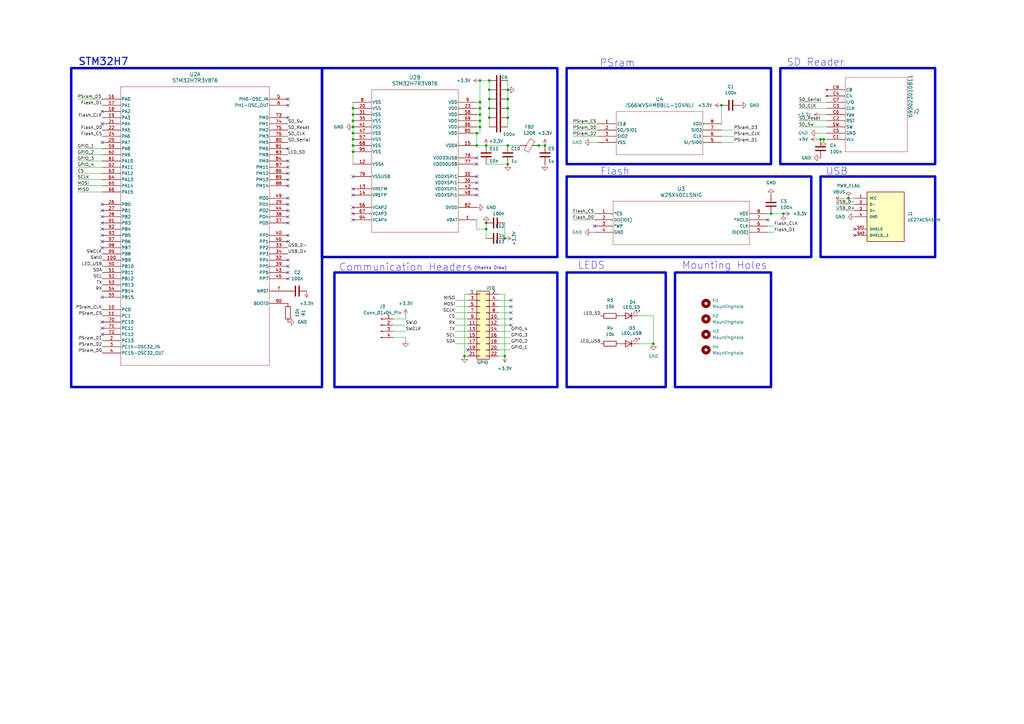
<source format=kicad_sch>
(kicad_sch (version 20231120) (generator "eeschema") (generator_version "8.0")
  (paper "A3")
  (title_block (title "Main Board") (rev "1") (company "Terrapin Rocket Team") (comment 1 "STM32H7"))
  (lib_symbols
    (symbol "2024-03-23_05-00-05:W25X40CLSNIG" (pin_names (offset 0.254))
      (property "Reference" "U" (at 35.56 10.16 0))
      (property "Value" "W25X40CLSNIG" (at 35.56 7.62 0))
      (symbol "W25X40CLSNIG_0_1"
        (polyline (pts (xy 7.62 -12.7) (xy 63.5 -12.7)) (stroke (width 0.127)))
        (polyline (pts (xy 7.62 5.08) (xy 7.62 -12.7)) (stroke (width 0.127)))
        (polyline (pts (xy 63.5 -12.7) (xy 63.5 5.08)) (stroke (width 0.127)))
        (polyline (pts (xy 63.5 5.08) (xy 7.62 5.08)) (stroke (width 0.127)))
        (pin input line (at 0 0 0) (length 7.62) (name "*CS") (number "1"))
        (pin output line (at 0 -2.54 0) (length 7.62) (name "DO(IO1)") (number "2"))
        (pin input line (at 0 -5.08 0) (length 7.62) (name "*WP") (number "3"))
        (pin power_in line (at 0 -7.62 0) (length 7.62) (name "GND") (number "4"))
        (pin bidirectional line (at 71.12 -7.62 180) (length 7.62) (name "DI(IO0)") (number "5"))
        (pin input line (at 71.12 -5.08 180) (length 7.62) (name "CLK") (number "6"))
        (pin input line (at 71.12 -2.54 180) (length 7.62) (name "*HOLD") (number "7"))
        (pin power_in line (at 71.12 0 180) (length 7.62) (name "VCC") (number "8"))
      )
    )
    (symbol "693023010811_1" (pin_names (offset 0.254))
      (property "Reference" "J4" (at 34.29 -8.8899 0))
      (property "Value" "693023010811" (at 34.29 -11.4299 0))
      (symbol "693023010811_1_0_1"
        (polyline (pts (xy 7.62 -25.4) (xy 33.02 -25.4)) (stroke (width 0.127)))
        (polyline (pts (xy 7.62 5.08) (xy 7.62 -25.4)) (stroke (width 0.127)))
        (polyline (pts (xy 33.02 -25.4) (xy 33.02 5.08)) (stroke (width 0.127)))
        (polyline (pts (xy 33.02 5.08) (xy 7.62 5.08)) (stroke (width 0.127)))
        (pin input line (at 0 -7.62 0) (length 7.62) (name "CLK") (number "C3"))
        (pin no_connect line (at 0 -2.54 0) (length 7.62) (name "C4") (number "C4"))
        (pin no_connect line (at 0 0 0) (length 7.62) (name "C8") (number "C8"))
        (pin passive line (at 0 -15.24 0) (length 7.62) (name "SW") (number "SW"))
      )
      (symbol "693023010811_1_1_1"
        (pin power_in line (at 0 -20.32 0) (length 7.62) (name "Vcc") (number "C1"))
        (pin input line (at 0 -12.7 0) (length 7.62) (name "RST") (number "C2"))
        (pin power_in line (at 0 -17.78 0) (length 7.62) (name "GND") (number "C5"))
        (pin power_in line (at 0 -10.16 0) (length 7.62) (name "Vpp") (number "C6"))
        (pin bidirectional line (at 0 -5.08 0) (length 7.62) (name "I/O") (number "C7"))
      )
    )
    (symbol "Connector:Conn_01x04_Pin" (pin_names (offset 1.016) hide)
      (property "Reference" "J" (at 0 5.08 0))
      (property "Value" "Conn_01x04_Pin" (at 0 -7.62 0))
      (symbol "Conn_01x04_Pin_1_1"
        (polyline (pts (xy 1.27 -5.08) (xy 0.8636 -5.08)) (stroke (width 0.1524)))
        (polyline (pts (xy 1.27 -2.54) (xy 0.8636 -2.54)) (stroke (width 0.1524)))
        (polyline (pts (xy 1.27 0) (xy 0.8636 0)) (stroke (width 0.1524)))
        (polyline (pts (xy 1.27 2.54) (xy 0.8636 2.54)) (stroke (width 0.1524)))
        (rectangle (start 0.8636 -4.953) (end 0 -5.207) (stroke (width 0.1524)) (fill (type outline)))
        (rectangle (start 0.8636 -2.413) (end 0 -2.667) (stroke (width 0.1524)) (fill (type outline)))
        (rectangle (start 0.8636 0.127) (end 0 -0.127) (stroke (width 0.1524)) (fill (type outline)))
        (rectangle (start 0.8636 2.667) (end 0 2.413) (stroke (width 0.1524)) (fill (type outline)))
        (pin passive line (at 5.08 2.54 180) (length 3.81) (name "Pin_1") (number "1"))
        (pin passive line (at 5.08 0 180) (length 3.81) (name "Pin_2") (number "2"))
        (pin passive line (at 5.08 -2.54 180) (length 3.81) (name "Pin_3") (number "3"))
        (pin passive line (at 5.08 -5.08 180) (length 3.81) (name "Pin_4") (number "4"))
      )
    )
    (symbol "Connector_Generic:Conn_02x11_Odd_Even" (pin_names (offset 1.016) hide)
      (property "Reference" "J" (at 1.27 15.24 0))
      (property "Value" "Conn_02x11_Odd_Even" (at 1.27 -15.24 0))
      (symbol "Conn_02x11_Odd_Even_1_1"
        (rectangle (start -1.27 -12.573) (end 0 -12.827) (stroke (width 0.1524)))
        (rectangle (start -1.27 -10.033) (end 0 -10.287) (stroke (width 0.1524)))
        (rectangle (start -1.27 -7.493) (end 0 -7.747) (stroke (width 0.1524)))
        (rectangle (start -1.27 -4.953) (end 0 -5.207) (stroke (width 0.1524)))
        (rectangle (start -1.27 -2.413) (end 0 -2.667) (stroke (width 0.1524)))
        (rectangle (start -1.27 0.127) (end 0 -0.127) (stroke (width 0.1524)))
        (rectangle (start -1.27 2.667) (end 0 2.413) (stroke (width 0.1524)))
        (rectangle (start -1.27 5.207) (end 0 4.953) (stroke (width 0.1524)))
        (rectangle (start -1.27 7.747) (end 0 7.493) (stroke (width 0.1524)))
        (rectangle (start -1.27 10.287) (end 0 10.033) (stroke (width 0.1524)))
        (rectangle (start -1.27 12.827) (end 0 12.573) (stroke (width 0.1524)))
        (rectangle (start -1.27 13.97) (end 3.81 -13.97) (stroke (width 0.254)) (fill (type background)))
        (rectangle (start 3.81 -12.573) (end 2.54 -12.827) (stroke (width 0.1524)))
        (rectangle (start 3.81 -10.033) (end 2.54 -10.287) (stroke (width 0.1524)))
        (rectangle (start 3.81 -7.493) (end 2.54 -7.747) (stroke (width 0.1524)))
        (rectangle (start 3.81 -4.953) (end 2.54 -5.207) (stroke (width 0.1524)))
        (rectangle (start 3.81 -2.413) (end 2.54 -2.667) (stroke (width 0.1524)))
        (rectangle (start 3.81 0.127) (end 2.54 -0.127) (stroke (width 0.1524)))
        (rectangle (start 3.81 2.667) (end 2.54 2.413) (stroke (width 0.1524)))
        (rectangle (start 3.81 5.207) (end 2.54 4.953) (stroke (width 0.1524)))
        (rectangle (start 3.81 7.747) (end 2.54 7.493) (stroke (width 0.1524)))
        (rectangle (start 3.81 10.287) (end 2.54 10.033) (stroke (width 0.1524)))
        (rectangle (start 3.81 12.827) (end 2.54 12.573) (stroke (width 0.1524)))
        (pin passive line (at -5.08 12.7 0) (length 3.81) (name "Pin_1") (number "1"))
        (pin passive line (at 7.62 2.54 180) (length 3.81) (name "Pin_10") (number "10"))
        (pin passive line (at -5.08 0 0) (length 3.81) (name "Pin_11") (number "11"))
        (pin passive line (at 7.62 0 180) (length 3.81) (name "Pin_12") (number "12"))
        (pin passive line (at -5.08 -2.54 0) (length 3.81) (name "Pin_13") (number "13"))
        (pin passive line (at 7.62 -2.54 180) (length 3.81) (name "Pin_14") (number "14"))
        (pin passive line (at -5.08 -5.08 0) (length 3.81) (name "Pin_15") (number "15"))
        (pin passive line (at 7.62 -5.08 180) (length 3.81) (name "Pin_16") (number "16"))
        (pin passive line (at -5.08 -7.62 0) (length 3.81) (name "Pin_17") (number "17"))
        (pin passive line (at 7.62 -7.62 180) (length 3.81) (name "Pin_18") (number "18"))
        (pin passive line (at -5.08 -10.16 0) (length 3.81) (name "Pin_19") (number "19"))
        (pin passive line (at 7.62 12.7 180) (length 3.81) (name "Pin_2") (number "2"))
        (pin passive line (at 7.62 -10.16 180) (length 3.81) (name "Pin_20") (number "20"))
        (pin passive line (at -5.08 -12.7 0) (length 3.81) (name "Pin_21") (number "21"))
        (pin passive line (at 7.62 -12.7 180) (length 3.81) (name "Pin_22") (number "22"))
        (pin passive line (at -5.08 10.16 0) (length 3.81) (name "Pin_3") (number "3"))
        (pin passive line (at 7.62 10.16 180) (length 3.81) (name "Pin_4") (number "4"))
        (pin passive line (at -5.08 7.62 0) (length 3.81) (name "Pin_5") (number "5"))
        (pin passive line (at 7.62 7.62 180) (length 3.81) (name "Pin_6") (number "6"))
        (pin passive line (at -5.08 5.08 0) (length 3.81) (name "Pin_7") (number "7"))
        (pin passive line (at 7.62 5.08 180) (length 3.81) (name "Pin_8") (number "8"))
        (pin passive line (at -5.08 2.54 0) (length 3.81) (name "Pin_9") (number "9"))
      )
    )
    (symbol "Device:C" (pin_numbers hide) (pin_names (offset 0.254))
      (property "Reference" "C" (at 0.635 2.54 0))
      (property "Value" "C" (at 0.635 -2.54 0))
      (symbol "C_0_1"
        (polyline (pts (xy -2.032 -0.762) (xy 2.032 -0.762)) (stroke (width 0.508)))
        (polyline (pts (xy -2.032 0.762) (xy 2.032 0.762)) (stroke (width 0.508)))
      )
      (symbol "C_1_1"
        (pin passive line (at 0 3.81 270) (length 2.794) (name "~") (number "1"))
        (pin passive line (at 0 -3.81 90) (length 2.794) (name "~") (number "2"))
      )
    )
    (symbol "Device:FerriteBead" (pin_numbers hide) (pin_names (offset 0))
      (property "Reference" "FB" (at -3.81 0.635 90))
      (property "Value" "FerriteBead" (at 3.81 0 90))
      (symbol "FerriteBead_0_1"
        (polyline (pts (xy 0 -1.27) (xy 0 -1.2192)))
        (polyline (pts (xy 0 1.27) (xy 0 1.2954)))
        (polyline (pts (xy -2.7686 0.4064) (xy -1.7018 2.2606) (xy 2.7686 -0.3048) (xy 1.6764 -2.159) (xy -2.7686 0.4064)))
      )
      (symbol "FerriteBead_1_1"
        (pin passive line (at 0 3.81 270) (length 2.54) (name "~") (number "1"))
        (pin passive line (at 0 -3.81 90) (length 2.54) (name "~") (number "2"))
      )
    )
    (symbol "Device:LED" (pin_numbers hide) (pin_names (offset 1.016) hide)
      (property "Reference" "D" (at 0 2.54 0))
      (property "Value" "LED" (at 0 -2.54 0))
      (symbol "LED_0_1"
        (polyline (pts (xy -1.27 -1.27) (xy -1.27 1.27)) (stroke (width 0.254)))
        (polyline (pts (xy -1.27 0) (xy 1.27 0)))
        (polyline (pts (xy 1.27 -1.27) (xy 1.27 1.27) (xy -1.27 0) (xy 1.27 -1.27)) (stroke (width 0.254)))
        (polyline (pts (xy -3.048 -0.762) (xy -4.572 -2.286) (xy -3.81 -2.286) (xy -4.572 -2.286) (xy -4.572 -1.524)))
        (polyline (pts (xy -1.778 -0.762) (xy -3.302 -2.286) (xy -2.54 -2.286) (xy -3.302 -2.286) (xy -3.302 -1.524)))
      )
      (symbol "LED_1_1"
        (pin passive line (at -3.81 0 0) (length 2.54) (name "K") (number "1"))
        (pin passive line (at 3.81 0 180) (length 2.54) (name "A") (number "2"))
      )
    )
    (symbol "Device:R" (pin_numbers hide) (pin_names (offset 0))
      (property "Reference" "R" (at 2.032 0 90))
      (property "Value" "R" (at 0 0 90))
      (symbol "R_0_1"
        (rectangle (start -1.016 -2.54) (end 1.016 2.54) (stroke (width 0.254)))
      )
      (symbol "R_1_1"
        (pin passive line (at 0 3.81 270) (length 1.27) (name "~") (number "1"))
        (pin passive line (at 0 -3.81 90) (length 1.27) (name "~") (number "2"))
      )
    )
    (symbol "IS66WVS4M8BLL-104NLI_1" (pin_names (offset 0.254))
      (property "Reference" "U" (at 25.4 10.16 0))
      (property "Value" "IS66WVS4M8BLL-104NLI" (at 25.4 7.62 0))
      (symbol "IS66WVS4M8BLL-104NLI_1_0_1"
        (polyline (pts (xy 7.62 -12.7) (xy 43.18 -12.7)) (stroke (width 0.127)))
        (polyline (pts (xy 7.62 5.08) (xy 7.62 -12.7)) (stroke (width 0.127)))
        (polyline (pts (xy 43.18 -12.7) (xy 43.18 5.08)) (stroke (width 0.127)))
        (polyline (pts (xy 43.18 5.08) (xy 7.62 5.08)) (stroke (width 0.127)))
        (pin input line (at 0 0 0) (length 7.62) (name "CE#") (number "1"))
        (pin bidirectional line (at 0 -2.54 0) (length 7.62) (name "SO/SIO1") (number "2"))
        (pin bidirectional line (at 0 -5.08 0) (length 7.62) (name "SIO2") (number "3"))
        (pin power_out line (at 0 -7.62 0) (length 7.62) (name "VSS") (number "4"))
        (pin bidirectional line (at 50.8 -7.62 180) (length 7.62) (name "SI/SIO0") (number "5"))
        (pin input line (at 50.8 -5.08 180) (length 7.62) (name "CLK") (number "6"))
        (pin bidirectional line (at 50.8 -2.54 180) (length 7.62) (name "SIO3") (number "7"))
        (pin power_in line (at 50.8 0 180) (length 7.62) (name "VDD") (number "8"))
      )
    )
    (symbol "Mechanical:MountingHole" (pin_names (offset 1.016)) (exclude_from_sim yes) (in_bom no)
      (property "Reference" "H" (at 0 5.08 0))
      (property "Value" "MountingHole" (at 0 3.175 0))
      (symbol "MountingHole_0_1"
        (circle (center 0 0) (radius 1.27) (stroke (width 1.27)))
      )
    )
    (symbol "UE27AC5410H:UE27AC5410H" (pin_names (offset 1.016))
      (property "Reference" "J" (at -7.62 8.382 0))
      (property "Value" "UE27AC5410H" (at -7.62 -15.24 0))
      (symbol "UE27AC5410H_0_0"
        (rectangle (start -7.62 -12.7) (end 7.62 7.62) (stroke (width 0.254)) (fill (type background)))
        (pin power_in line (at -12.7 5.08 0) (length 5.08) (name "VCC") (number "1"))
        (pin bidirectional line (at -12.7 2.54 0) (length 5.08) (name "D-") (number "2"))
        (pin bidirectional line (at -12.7 0 0) (length 5.08) (name "D+") (number "3"))
        (pin power_in line (at -12.7 -2.54 0) (length 5.08) (name "GND") (number "4"))
        (pin passive line (at -12.7 -7.62 0) (length 5.08) (name "SHIELD") (number "SH1"))
        (pin passive line (at -12.7 -10.16 0) (length 5.08) (name "SHIELD__1") (number "SH2"))
      )
    )
    (symbol "power:+3.3V" (power) (pin_numbers hide) (pin_names (offset 0) hide)
      (property "Value" "+3.3V" (at 0 3.556 0))
      (symbol "+3.3V_0_1"
        (polyline (pts (xy -0.762 1.27) (xy 0 2.54)))
        (polyline (pts (xy 0 0) (xy 0 2.54)))
        (polyline (pts (xy 0 2.54) (xy 0.762 1.27)))
      )
      (symbol "+3.3V_1_1"
        (pin power_in line (at 0 0 90) (length 0) (name "~") (number "1"))
      )
    )
    (symbol "power:+5V" (power) (pin_numbers hide) (pin_names (offset 0) hide)
      (property "Value" "+5V" (at 0 3.556 0))
      (symbol "+5V_0_1"
        (polyline (pts (xy -0.762 1.27) (xy 0 2.54)))
        (polyline (pts (xy 0 0) (xy 0 2.54)))
        (polyline (pts (xy 0 2.54) (xy 0.762 1.27)))
      )
      (symbol "+5V_1_1"
        (pin power_in line (at 0 0 90) (length 0) (name "~") (number "1"))
      )
    )
    (symbol "power:GND" (power) (pin_numbers hide) (pin_names (offset 0) hide)
      (property "Value" "GND" (at 0 -3.81 0))
      (symbol "GND_0_1"
        (polyline (pts (xy 0 0) (xy 0 -1.27) (xy 1.27 -1.27) (xy 0 -2.54) (xy -1.27 -1.27) (xy 0 -1.27)))
      )
      (symbol "GND_1_1"
        (pin power_in line (at 0 0 270) (length 0) (name "~") (number "1"))
      )
    )
    (symbol "power:PWR_FLAG" (power) (pin_numbers hide) (pin_names (offset 0) hide)
      (property "Value" "PWR_FLAG" (at 0 3.81 0))
      (symbol "PWR_FLAG_0_0"
        (pin power_out line (at 0 0 90) (length 0) (name "~") (number "1"))
      )
      (symbol "PWR_FLAG_0_1"
        (polyline (pts (xy 0 0) (xy 0 1.27) (xy -1.016 1.905) (xy 0 2.54) (xy 1.016 1.905) (xy 0 1.27)))
      )
    )
    (symbol "power:VBUS" (power) (pin_numbers hide) (pin_names (offset 0) hide)
      (property "Value" "VBUS" (at 0 3.556 0))
      (symbol "VBUS_0_1"
        (polyline (pts (xy -0.762 1.27) (xy 0 2.54)))
        (polyline (pts (xy 0 0) (xy 0 2.54)))
        (polyline (pts (xy 0 2.54) (xy 0.762 1.27)))
      )
      (symbol "VBUS_1_1"
        (pin power_in line (at 0 0 90) (length 0) (name "~") (number "1"))
      )
    )
    (symbol "stm32h7:STM32H7R3V8T6" (pin_names (offset 0.254))
      (property "Reference" "U" (at 38.1 10.16 0))
      (property "Value" "STM32H7R3V8T6" (at 38.1 7.62 0))
      (symbol "STM32H7R3V8T6_1_1"
        (polyline (pts (xy 7.62 -109.22) (xy 68.58 -109.22)) (stroke (width 0.127)))
        (polyline (pts (xy 7.62 5.08) (xy 7.62 -109.22)) (stroke (width 0.127)))
        (polyline (pts (xy 68.58 -109.22) (xy 68.58 5.08)) (stroke (width 0.127)))
        (polyline (pts (xy 68.58 5.08) (xy 7.62 5.08)) (stroke (width 0.127)))
        (pin bidirectional line (at 0 -86.36 0) (length 7.62) (name "PC0") (number "10"))
        (pin bidirectional line (at 0 -66.04 0) (length 7.62) (name "PB9") (number "100"))
        (pin bidirectional line (at 0 -88.9 0) (length 7.62) (name "PC1") (number "11"))
        (pin bidirectional line (at 0 0 0) (length 7.62) (name "PA0") (number "16"))
        (pin bidirectional line (at 0 -2.54 0) (length 7.62) (name "PA1") (number "17"))
        (pin bidirectional line (at 0 -5.08 0) (length 7.62) (name "PA2") (number "18"))
        (pin bidirectional line (at 0 -7.62 0) (length 7.62) (name "PA3") (number "19"))
        (pin bidirectional line (at 0 -99.06 0) (length 7.62) (name "PC13") (number "2"))
        (pin bidirectional line (at 0 -10.16 0) (length 7.62) (name "PA4") (number "21"))
        (pin bidirectional line (at 0 -12.7 0) (length 7.62) (name "PA5") (number "22"))
        (pin bidirectional line (at 0 -15.24 0) (length 7.62) (name "PA6") (number "24"))
        (pin bidirectional line (at 0 -17.78 0) (length 7.62) (name "PA7") (number "25"))
        (pin bidirectional line (at 0 -43.18 0) (length 7.62) (name "PB0") (number "26"))
        (pin bidirectional line (at 0 -45.72 0) (length 7.62) (name "PB1") (number "27"))
        (pin bidirectional line (at 0 -48.26 0) (length 7.62) (name "PB2") (number "28"))
        (pin bidirectional line (at 76.2 -43.18 180) (length 7.62) (name "PO1") (number "29"))
        (pin bidirectional line (at 0 -101.6 0) (length 7.62) (name "PC14-OSC32_IN") (number "3"))
        (pin bidirectional line (at 76.2 -66.04 180) (length 7.62) (name "PP4") (number "32"))
        (pin bidirectional line (at 76.2 -60.96 180) (length 7.62) (name "PP2") (number "33"))
        (pin bidirectional line (at 76.2 -63.5 180) (length 7.62) (name "PP3") (number "34"))
        (pin bidirectional line (at 76.2 -50.8 180) (length 7.62) (name "PO5") (number "37"))
        (pin bidirectional line (at 76.2 -48.26 180) (length 7.62) (name "PO4") (number "38"))
        (pin bidirectional line (at 76.2 -68.58 180) (length 7.62) (name "PP5") (number "39"))
        (pin bidirectional line (at 0 -104.14 0) (length 7.62) (name "PC15-OSC32_OUT") (number "4"))
        (pin bidirectional line (at 76.2 -55.88 180) (length 7.62) (name "PP0") (number "40"))
        (pin bidirectional line (at 76.2 -71.12 180) (length 7.62) (name "PP6") (number "43"))
        (pin bidirectional line (at 76.2 -45.72 180) (length 7.62) (name "PO2") (number "44"))
        (pin bidirectional line (at 76.2 -73.66 180) (length 7.62) (name "PP7") (number "45"))
        (pin bidirectional line (at 76.2 -58.42 180) (length 7.62) (name "PP1") (number "46"))
        (pin bidirectional line (at 76.2 -40.64 180) (length 7.62) (name "PO0") (number "49"))
        (pin bidirectional line (at 76.2 0 180) (length 7.62) (name "PH0-OSC_IN") (number "5"))
        (pin bidirectional line (at 0 -68.58 0) (length 7.62) (name "PB10") (number "50"))
        (pin bidirectional line (at 0 -71.12 0) (length 7.62) (name "PB11") (number "51"))
        (pin bidirectional line (at 0 -73.66 0) (length 7.62) (name "PB12") (number "52"))
        (pin bidirectional line (at 0 -76.2 0) (length 7.62) (name "PB13") (number "53"))
        (pin bidirectional line (at 0 -78.74 0) (length 7.62) (name "PB14") (number "54"))
        (pin bidirectional line (at 0 -81.28 0) (length 7.62) (name "PB15") (number "55"))
        (pin bidirectional line (at 0 -20.32 0) (length 7.62) (name "PA8") (number "59"))
        (pin bidirectional line (at 76.2 -2.54 180) (length 7.62) (name "PH1-OSC_OUT") (number "6"))
        (pin bidirectional line (at 0 -22.86 0) (length 7.62) (name "PA9") (number "60"))
        (pin bidirectional line (at 0 -25.4 0) (length 7.62) (name "PA10") (number "61"))
        (pin bidirectional line (at 0 -27.94 0) (length 7.62) (name "PA11") (number "62"))
        (pin bidirectional line (at 0 -30.48 0) (length 7.62) (name "PA12") (number "63"))
        (pin bidirectional line (at 0 -33.02 0) (length 7.62) (name "PA13") (number "64"))
        (pin bidirectional line (at 0 -35.56 0) (length 7.62) (name "PA14") (number "65"))
        (pin bidirectional line (at 0 -38.1 0) (length 7.62) (name "PA15") (number "66"))
        (pin bidirectional line (at 76.2 -78.74 180) (length 7.62) (name "NRST") (number "7"))
        (pin bidirectional line (at 0 -91.44 0) (length 7.62) (name "PC10") (number "70"))
        (pin bidirectional line (at 0 -93.98 0) (length 7.62) (name "PC11") (number "71"))
        (pin bidirectional line (at 0 -96.52 0) (length 7.62) (name "PC12") (number "72"))
        (pin bidirectional line (at 76.2 -7.62 180) (length 7.62) (name "PM0") (number "73"))
        (pin bidirectional line (at 76.2 -10.16 180) (length 7.62) (name "PM1") (number "74"))
        (pin bidirectional line (at 76.2 -12.7 180) (length 7.62) (name "PM2") (number "75"))
        (pin bidirectional line (at 76.2 -15.24 180) (length 7.62) (name "PM3") (number "76"))
        (pin bidirectional line (at 76.2 -17.78 180) (length 7.62) (name "PM5") (number "80"))
        (pin bidirectional line (at 76.2 -20.32 180) (length 7.62) (name "PM6") (number "81"))
        (pin bidirectional line (at 76.2 -22.86 180) (length 7.62) (name "PM8") (number "83"))
        (pin bidirectional line (at 76.2 -25.4 180) (length 7.62) (name "PM9") (number "84"))
        (pin bidirectional line (at 76.2 -30.48 180) (length 7.62) (name "PM12") (number "86"))
        (pin bidirectional line (at 76.2 -27.94 180) (length 7.62) (name "PM11") (number "87"))
        (pin bidirectional line (at 76.2 -35.56 180) (length 7.62) (name "PM14") (number "88"))
        (pin bidirectional line (at 76.2 -33.02 180) (length 7.62) (name "PM13") (number "89"))
        (pin input line (at 76.2 -83.82 180) (length 7.62) (name "BOOT0") (number "90"))
        (pin bidirectional line (at 0 -50.8 0) (length 7.62) (name "PB3") (number "91"))
        (pin bidirectional line (at 0 -53.34 0) (length 7.62) (name "PB4") (number "92"))
        (pin bidirectional line (at 0 -55.88 0) (length 7.62) (name "PB5") (number "93"))
        (pin bidirectional line (at 0 -58.42 0) (length 7.62) (name "PB6") (number "97"))
        (pin bidirectional line (at 0 -60.96 0) (length 7.62) (name "PB7") (number "98"))
        (pin bidirectional line (at 0 -63.5 0) (length 7.62) (name "PB8") (number "99"))
      )
      (symbol "STM32H7R3V8T6_2_1"
        (polyline (pts (xy 7.62 -53.34) (xy 43.18 -53.34)) (stroke (width 0.127)))
        (polyline (pts (xy 7.62 5.08) (xy 7.62 -53.34)) (stroke (width 0.127)))
        (polyline (pts (xy 43.18 -53.34) (xy 43.18 5.08)) (stroke (width 0.127)))
        (polyline (pts (xy 43.18 5.08) (xy 7.62 5.08)) (stroke (width 0.127)))
        (pin power_in line (at 50.8 -48.26 180) (length 7.62) (name "VBAT") (number "1"))
        (pin power_in line (at 0 -25.4 0) (length 7.62) (name "VSSA") (number "12"))
        (pin power_in line (at 0 -35.56 0) (length 7.62) (name "VREFM") (number "13"))
        (pin power_in line (at 0 -38.1 0) (length 7.62) (name "VREFP") (number "14"))
        (pin power_in line (at 50.8 -17.78 180) (length 7.62) (name "VDDA") (number "15"))
        (pin power_in line (at 0 -2.54 0) (length 7.62) (name "VSS") (number "20"))
        (pin power_in line (at 50.8 -2.54 180) (length 7.62) (name "VDD") (number "23"))
        (pin power_in line (at 50.8 -30.48 180) (length 7.62) (name "VDDXSPI1") (number "30"))
        (pin power_in line (at 0 -5.08 0) (length 7.62) (name "VSS") (number "31"))
        (pin power_in line (at 0 -7.62 0) (length 7.62) (name "VSS") (number "35"))
        (pin power_in line (at 50.8 -33.02 180) (length 7.62) (name "VDDXSPI1") (number "36"))
        (pin power_in line (at 0 -10.16 0) (length 7.62) (name "VSS") (number "41"))
        (pin power_in line (at 50.8 -35.56 180) (length 7.62) (name "VDDXSPI1") (number "42"))
        (pin power_in line (at 0 -12.7 0) (length 7.62) (name "VSS") (number "47"))
        (pin power_in line (at 50.8 -38.1 180) (length 7.62) (name "VDDXSPI1") (number "48"))
        (pin power_in line (at 0 -43.18 0) (length 7.62) (name "VCAP2") (number "56"))
        (pin power_in line (at 0 -15.24 0) (length 7.62) (name "VSS") (number "57"))
        (pin power_in line (at 50.8 -5.08 180) (length 7.62) (name "VDD") (number "58"))
        (pin power_in line (at 0 -45.72 0) (length 7.62) (name "VCAP3") (number "67"))
        (pin power_in line (at 0 -17.78 0) (length 7.62) (name "VSS") (number "68"))
        (pin power_in line (at 50.8 -7.62 180) (length 7.62) (name "VDD") (number "69"))
        (pin power_in line (at 50.8 -25.4 180) (length 7.62) (name "VDD50USB") (number "77"))
        (pin power_in line (at 50.8 -22.86 180) (length 7.62) (name "VDD33USB") (number "78"))
        (pin power_in line (at 0 -30.48 0) (length 7.62) (name "VSSUSB") (number "79"))
        (pin power_in line (at 0 0 0) (length 7.62) (name "VSS") (number "8"))
        (pin power_in line (at 50.8 -43.18 180) (length 7.62) (name "DVDD") (number "82"))
        (pin power_in line (at 50.8 -12.7 180) (length 7.62) (name "VDD") (number "85"))
        (pin power_in line (at 50.8 0 180) (length 7.62) (name "VDD") (number "9"))
        (pin power_in line (at 0 -48.26 0) (length 7.62) (name "VCAP4") (number "94"))
        (pin power_in line (at 0 -20.32 0) (length 7.62) (name "VSS") (number "95"))
        (pin power_in line (at 50.8 -10.16 180) (length 7.62) (name "VDD") (number "96"))
      )
    )
  )
  (junction (at 336.55 57.15))
  (junction (at 196.85 46.99))
  (junction (at 196.85 44.45))
  (junction (at 144.78 57.15))
  (junction (at 208.28 67.31))
  (junction (at 267.97 140.97))
  (junction (at 200.66 44.45))
  (junction (at 144.78 59.69))
  (junction (at 208.28 59.69))
  (junction (at 200.66 40.64))
  (junction (at 196.85 41.91))
  (junction (at 223.52 59.69))
  (junction (at 144.78 54.61))
  (junction (at 199.39 93.98))
  (junction (at 144.78 49.53))
  (junction (at 196.85 33.02))
  (junction (at 220.98 59.69))
  (junction (at 337.82 57.15))
  (junction (at 200.66 36.83))
  (junction (at 295.91 43.18))
  (junction (at 316.23 87.63))
  (junction (at 200.66 33.02))
  (junction (at 207.01 146.05))
  (junction (at 200.66 48.26))
  (junction (at 190.5 146.05))
  (junction (at 207.01 97.79))
  (junction (at 321.31 87.63))
  (junction (at 199.39 59.69))
  (junction (at 144.78 52.07))
  (junction (at 195.58 59.69))
  (junction (at 144.78 44.45))
  (junction (at 199.39 91.44))
  (junction (at 196.85 49.53))
  (junction (at 144.78 62.23))
  (junction (at 196.85 52.07))
  (junction (at 208.28 40.64))
  (junction (at 195.58 54.61))
  (junction (at 208.28 36.83))
  (junction (at 347.98 81.28))
  (junction (at 144.78 46.99))
  (junction (at 208.28 48.26))
  (junction (at 208.28 44.45))
  (no_connect (at 350.52 96.52))
  (no_connect (at 118.11 40.64))
  (no_connect (at 118.11 81.28))
  (no_connect (at 314.96 90.17))
  (no_connect (at 191.77 143.51))
  (no_connect (at 118.11 88.9))
  (no_connect (at 144.78 90.17))
  (no_connect (at 41.91 96.52))
  (no_connect (at 144.78 77.47))
  (no_connect (at 41.91 45.72))
  (no_connect (at 118.11 43.18))
  (no_connect (at 41.91 50.8))
  (no_connect (at 41.91 132.08))
  (no_connect (at 118.11 86.36))
  (no_connect (at 41.91 58.42))
  (no_connect (at 209.55 123.19))
  (no_connect (at 41.91 99.06))
  (no_connect (at 118.11 66.04))
  (no_connect (at 195.58 67.31))
  (no_connect (at 118.11 99.06))
  (no_connect (at 41.91 91.44))
  (no_connect (at 118.11 48.26))
  (no_connect (at 41.91 134.62))
  (no_connect (at 118.11 60.96))
  (no_connect (at 118.11 71.12))
  (no_connect (at 144.78 72.39))
  (no_connect (at 118.11 91.44))
  (no_connect (at 41.91 137.16))
  (no_connect (at 209.55 125.73))
  (no_connect (at 118.11 73.66))
  (no_connect (at 118.11 83.82))
  (no_connect (at 209.55 130.81))
  (no_connect (at 41.91 86.36))
  (no_connect (at 195.58 74.93))
  (no_connect (at 118.11 76.2))
  (no_connect (at 118.11 109.22))
  (no_connect (at 41.91 121.92))
  (no_connect (at 41.91 88.9))
  (no_connect (at 41.91 83.82))
  (no_connect (at 195.58 72.39))
  (no_connect (at 195.58 80.01))
  (no_connect (at 209.55 128.27))
  (no_connect (at 209.55 133.35))
  (no_connect (at 144.78 80.01))
  (no_connect (at 41.91 101.6))
  (no_connect (at 350.52 93.98))
  (no_connect (at 195.58 77.47))
  (no_connect (at 118.11 114.3))
  (no_connect (at 144.78 85.09))
  (no_connect (at 118.11 68.58))
  (no_connect (at 144.78 87.63))
  (no_connect (at 118.11 111.76))
  (no_connect (at 118.11 106.68))
  (no_connect (at 41.91 93.98))
  (no_connect (at 243.84 92.71))
  (no_connect (at 118.11 96.52))
  (no_connect (at 195.58 64.77))
  (wire (pts (xy 196.85 52.07) (xy 196.85 54.61)))
  (wire (pts (xy 295.91 58.42) (xy 300.99 58.42)))
  (wire (pts (xy 220.98 59.69) (xy 218.44 59.69)))
  (wire (pts (xy 195.58 44.45) (xy 196.85 44.45)))
  (wire (pts (xy 213.36 59.69) (xy 208.28 59.69)))
  (wire (pts (xy 208.28 44.45) (xy 208.28 48.26)))
  (wire (pts (xy 196.85 33.02) (xy 200.66 33.02)))
  (wire (pts (xy 144.78 57.15) (xy 144.78 59.69)))
  (wire (pts (xy 204.47 135.89) (xy 209.55 135.89)))
  (wire (pts (xy 196.85 49.53) (xy 196.85 52.07)))
  (wire (pts (xy 31.75 40.64) (xy 41.91 40.64)))
  (wire (pts (xy 209.55 123.19) (xy 204.47 123.19)))
  (wire (pts (xy 31.75 63.5) (xy 41.91 63.5)))
  (wire (pts (xy 144.78 49.53) (xy 144.78 52.07)))
  (wire (pts (xy 204.47 143.51) (xy 209.55 143.51)))
  (wire (pts (xy 342.9 86.36) (xy 350.52 86.36)))
  (wire (pts (xy 31.75 66.04) (xy 41.91 66.04)))
  (wire (pts (xy 200.66 48.26) (xy 200.66 52.07)))
  (wire (pts (xy 327.66 52.07) (xy 339.09 52.07)))
  (wire (pts (xy 200.66 33.02) (xy 200.66 36.83)))
  (wire (pts (xy 327.66 49.53) (xy 339.09 49.53)))
  (wire (pts (xy 195.58 54.61) (xy 195.58 59.69)))
  (wire (pts (xy 166.37 138.43) (xy 166.37 139.7)))
  (wire (pts (xy 204.47 130.81) (xy 209.55 130.81)))
  (wire (pts (xy 204.47 140.97) (xy 209.55 140.97)))
  (wire (pts (xy 199.39 93.98) (xy 199.39 97.79)))
  (wire (pts (xy 186.69 140.97) (xy 191.77 140.97)))
  (wire (pts (xy 144.78 46.99) (xy 144.78 49.53)))
  (wire (pts (xy 295.91 53.34) (xy 300.99 53.34)))
  (wire (pts (xy 261.62 129.54) (xy 267.97 129.54)))
  (wire (pts (xy 204.47 133.35) (xy 209.55 133.35)))
  (wire (pts (xy 144.78 54.61) (xy 144.78 57.15)))
  (wire (pts (xy 186.69 130.81) (xy 191.77 130.81)))
  (wire (pts (xy 335.28 57.15) (xy 336.55 57.15)))
  (wire (pts (xy 166.37 133.35) (xy 161.29 133.35)))
  (wire (pts (xy 204.47 138.43) (xy 209.55 138.43)))
  (wire (pts (xy 144.78 41.91) (xy 144.78 44.45)))
  (wire (pts (xy 327.66 41.91) (xy 339.09 41.91)))
  (wire (pts (xy 196.85 41.91) (xy 195.58 41.91)))
  (wire (pts (xy 321.31 87.63) (xy 316.23 87.63)))
  (wire (pts (xy 31.75 78.74) (xy 41.91 78.74)))
  (wire (pts (xy 336.55 57.15) (xy 337.82 57.15)))
  (wire (pts (xy 208.28 67.31) (xy 199.39 67.31)))
  (wire (pts (xy 196.85 52.07) (xy 195.58 52.07)))
  (wire (pts (xy 195.58 59.69) (xy 199.39 59.69)))
  (wire (pts (xy 190.5 120.65) (xy 191.77 120.65)))
  (wire (pts (xy 342.9 83.82) (xy 350.52 83.82)))
  (wire (pts (xy 200.66 40.64) (xy 200.66 44.45)))
  (wire (pts (xy 200.66 44.45) (xy 200.66 48.26)))
  (wire (pts (xy 234.95 90.17) (xy 243.84 90.17)))
  (wire (pts (xy 208.28 36.83) (xy 208.28 40.64)))
  (wire (pts (xy 207.01 97.79) (xy 207.01 91.44)))
  (wire (pts (xy 314.96 92.71) (xy 317.5 92.71)))
  (wire (pts (xy 161.29 138.43) (xy 166.37 138.43)))
  (wire (pts (xy 166.37 130.81) (xy 166.37 129.54)))
  (wire (pts (xy 190.5 120.65) (xy 190.5 146.05)))
  (wire (pts (xy 31.75 73.66) (xy 41.91 73.66)))
  (wire (pts (xy 144.78 44.45) (xy 144.78 46.99)))
  (wire (pts (xy 196.85 54.61) (xy 195.58 54.61)))
  (wire (pts (xy 335.28 54.61) (xy 339.09 54.61)))
  (wire (pts (xy 31.75 71.12) (xy 41.91 71.12)))
  (wire (pts (xy 208.28 59.69) (xy 199.39 59.69)))
  (wire (pts (xy 196.85 49.53) (xy 195.58 49.53)))
  (wire (pts (xy 234.95 55.88) (xy 245.11 55.88)))
  (wire (pts (xy 208.28 48.26) (xy 208.28 52.07)))
  (wire (pts (xy 196.85 46.99) (xy 196.85 49.53)))
  (wire (pts (xy 186.69 125.73) (xy 191.77 125.73)))
  (wire (pts (xy 204.47 128.27) (xy 209.55 128.27)))
  (wire (pts (xy 196.85 41.91) (xy 196.85 44.45)))
  (wire (pts (xy 144.78 62.23) (xy 144.78 67.31)))
  (wire (pts (xy 195.58 93.98) (xy 199.39 93.98)))
  (wire (pts (xy 196.85 46.99) (xy 195.58 46.99)))
  (wire (pts (xy 234.95 87.63) (xy 243.84 87.63)))
  (wire (pts (xy 200.66 36.83) (xy 200.66 40.64)))
  (wire (pts (xy 337.82 57.15) (xy 339.09 57.15)))
  (wire (pts (xy 196.85 33.02) (xy 196.85 41.91)))
  (wire (pts (xy 199.39 91.44) (xy 199.39 93.98)))
  (wire (pts (xy 345.44 81.28) (xy 347.98 81.28)))
  (wire (pts (xy 327.66 44.45) (xy 339.09 44.45)))
  (wire (pts (xy 186.69 123.19) (xy 191.77 123.19)))
  (wire (pts (xy 204.47 146.05) (xy 207.01 146.05)))
  (wire (pts (xy 347.98 81.28) (xy 350.52 81.28)))
  (wire (pts (xy 144.78 59.69) (xy 144.78 62.23)))
  (wire (pts (xy 196.85 44.45) (xy 196.85 46.99)))
  (wire (pts (xy 317.5 95.25) (xy 314.96 95.25)))
  (wire (pts (xy 336.55 46.99) (xy 339.09 46.99)))
  (wire (pts (xy 31.75 60.96) (xy 41.91 60.96)))
  (wire (pts (xy 166.37 135.89) (xy 161.29 135.89)))
  (wire (pts (xy 261.62 140.97) (xy 267.97 140.97)))
  (wire (pts (xy 207.01 120.65) (xy 207.01 146.05)))
  (wire (pts (xy 195.58 90.17) (xy 195.58 93.98)))
  (wire (pts (xy 186.69 138.43) (xy 191.77 138.43)))
  (wire (pts (xy 208.28 40.64) (xy 208.28 44.45)))
  (wire (pts (xy 316.23 87.63) (xy 314.96 87.63)))
  (wire (pts (xy 242.57 58.42) (xy 245.11 58.42)))
  (wire (pts (xy 186.69 128.27) (xy 191.77 128.27)))
  (wire (pts (xy 300.99 55.88) (xy 295.91 55.88)))
  (wire (pts (xy 295.91 43.18) (xy 295.91 50.8)))
  (wire (pts (xy 242.57 95.25) (xy 243.84 95.25)))
  (wire (pts (xy 267.97 129.54) (xy 267.97 140.97)))
  (wire (pts (xy 204.47 120.65) (xy 207.01 120.65)))
  (wire (pts (xy 161.29 130.81) (xy 166.37 130.81)))
  (wire (pts (xy 186.69 135.89) (xy 191.77 135.89)))
  (wire (pts (xy 234.95 53.34) (xy 245.11 53.34)))
  (wire (pts (xy 234.95 50.8) (xy 245.11 50.8)))
  (wire (pts (xy 186.69 133.35) (xy 191.77 133.35)))
  (wire (pts (xy 190.5 146.05) (xy 191.77 146.05)))
  (wire (pts (xy 144.78 52.07) (xy 144.78 54.61)))
  (wire (pts (xy 31.75 76.2) (xy 41.91 76.2)))
  (wire (pts (xy 204.47 125.73) (xy 209.55 125.73)))
  (wire (pts (xy 223.52 59.69) (xy 220.98 59.69)))
  (wire (pts (xy 31.75 68.58) (xy 41.91 68.58)))
  (wire (pts (xy 208.28 33.02) (xy 208.28 36.83)))
  (rectangle (start 29.21 26.67) (end 29.21 26.67))
  (rectangle (start 232.41 27.94) (end 316.23 67.31) (stroke (width 1)))
  (rectangle (start 320.04 27.94) (end 383.54 67.31) (stroke (width 1)))
  (rectangle (start 232.41 111.76) (end 273.05 158.75) (stroke (width 1)))
  (rectangle (start 132.08 27.94) (end 228.6 105.41) (stroke (width 1)))
  (rectangle (start 276.86 111.76) (end 316.23 158.75) (stroke (width 1)))
  (rectangle (start 34.29 27.94) (end 34.29 27.94))
  (rectangle (start 137.16 111.76) (end 228.6 158.75) (stroke (width 1)))
  (rectangle (start 232.41 72.39) (end 332.74 105.41) (stroke (width 1)))
  (rectangle (start 336.55 72.39) (end 383.54 105.41) (stroke (width 1)))
  (rectangle (start 29.21 27.94) (end 132.08 158.75) (stroke (width 1)))
  (text "SD Reader" (at 322.58 27.432 0) (effects (font (size 3 3)) (justify left bottom)))
  (text "Mounting Holes" (at 297.18 108.966 0) (effects (font (size 3 3))))
  (text "Flash" (at 246.126 72.136 0) (effects (font (size 3 3)) (justify left bottom)))
  (text "(thanks Drew)" (at 201.168 109.982 0) (effects (font (size 1.27 1.27))))
  (text "PSram" (at 245.872 27.686 0) (effects (font (size 3 3)) (justify left bottom)))
  (text "LEDS" (at 242.57 108.966 0) (effects (font (size 3 3))))
  (text "STM32H7" (at 42.418 25.4 0) (effects (font (size 3 3) (thickness 0.4) (bold yes))))
  (text "Communication Headers" (at 166.37 109.728 0) (effects (font (size 3 3))))
  (text "USB" (at 338.582 72.136 0) (effects (font (size 3 3)) (justify left bottom)))
  (label "SCLK" (at 186.69 128.27 180))
  (label "USB_D-" (at 118.11 101.6 0))
  (label "LED_SD" (at 118.11 63.5 0))
  (label "MISO" (at 186.69 123.19 180))
  (label "USB_D-" (at 342.9 83.82 0))
  (label "PSram_D0" (at 41.91 144.78 180))
  (label "SD_Reset" (at 327.66 49.53 0))
  (label "USB_D+" (at 342.9 86.36 0))
  (label "PSram_D1" (at 41.91 139.7 180))
  (label "Flash_D0" (at 234.95 90.17 0))
  (label "PSram_CS" (at 234.95 50.8 0))
  (label "SD_CLK" (at 327.66 44.45 0))
  (label "GPIO_1" (at 209.55 143.51 0))
  (label "CS" (at 186.69 130.81 180))
  (label "MISO" (at 31.75 78.74 0))
  (label "PSram_CLK" (at 300.99 55.88 0))
  (label "SCLK" (at 31.75 73.66 0))
  (label "GPIO_2" (at 31.75 63.5 0))
  (label "SD_Reset" (at 118.11 53.34 0))
  (label "LED_USB" (at 41.91 109.22 180))
  (label "RX" (at 41.91 119.38 180))
  (label "LED_SD" (at 246.38 129.54 180))
  (label "SD_Sw" (at 327.66 52.07 0))
  (label "Flash_CS" (at 234.95 87.63 0))
  (label "GPIO_3" (at 31.75 66.04 0))
  (label "SD_CLK" (at 118.11 55.88 0))
  (label "MOSI" (at 31.75 76.2 0))
  (label "GPIO_4" (at 31.75 68.58 0))
  (label "TX" (at 186.69 135.89 180))
  (label "LED_USB" (at 246.38 140.97 180))
  (label "CS" (at 31.75 71.12 0))
  (label "SWIO" (at 41.91 106.68 180))
  (label "SCL" (at 186.69 138.43 180))
  (label "SDA" (at 186.69 140.97 180))
  (label "MOSI" (at 186.69 125.73 180))
  (label "Flash_CS" (at 41.91 55.88 180))
  (label "Flash_D0" (at 41.91 53.34 180))
  (label "PSram_D1" (at 300.99 58.42 0))
  (label "PSram_D2" (at 234.95 55.88 0))
  (label "PSram_D2" (at 41.91 142.24 180))
  (label "PSram_D3" (at 31.75 40.64 0))
  (label "SWCLK" (at 166.37 135.89 0))
  (label "Flash_CLK" (at 41.91 48.26 180))
  (label "SWIO" (at 166.37 133.35 0))
  (label "SD_Serial" (at 118.11 58.42 0))
  (label "PSram_CS" (at 41.91 129.54 180))
  (label "RX" (at 186.69 133.35 180))
  (label "GPIO_2" (at 209.55 140.97 0))
  (label "SD_Sw" (at 118.11 50.8 0))
  (label "SWCLK" (at 41.91 104.14 180))
  (label "PSram_D0" (at 234.95 53.34 0))
  (label "USB_D+" (at 118.11 104.14 0))
  (label "GPIO_3" (at 209.55 138.43 0))
  (label "TX" (at 41.91 116.84 180))
  (label "Flash_CLK" (at 317.5 92.71 0))
  (label "GPIO_4" (at 209.55 135.89 0))
  (label "Flash_D1" (at 317.5 95.25 0))
  (label "Flash_D1" (at 41.91 43.18 180))
  (label "GPIO_1" (at 31.75 60.96 0))
  (label "PSram_D3" (at 300.99 53.34 0))
  (label "SDA" (at 41.91 111.76 180))
  (label "SCL" (at 41.91 114.3 180))
  (label "PSram_CLK" (at 41.91 127 180))
  (label "SD_Serial" (at 327.66 41.91 0))
  (symbol (lib_id "power:PWR_FLAG") (at 337.82 57.15 180) (unit 1)
    (property "Reference" "#FLG01" (effects (hide yes)))
    (property "Value" "PWR_FLAG" (effects (hide yes)))
    (property "Description" "Special symbol for telling ERC where power comes from" (effects (hide yes)))
  )
  (symbol (lib_id "power:+3.3V") (at 321.31 87.63 270) (unit 1)
    (property "Reference" "#PWR02" (effects (hide yes)))
    (property "Value" "+3.3V" (at 325.12 87.6299 90) (effects (justify left)))
    (property "Description" "Power symbol creates a global label with name \"+3.3V\"" (effects (hide yes)))
  )
  (symbol (lib_id "power:+3.3V") (at 295.91 43.18 90) (unit 1)
    (property "Reference" "#PWR09" (effects (hide yes)))
    (property "Value" "+3.3V" (at 292.1 43.1799 90) (effects (justify left)))
    (property "Description" "Power symbol creates a global label with name \"+3.3V\"" (effects (hide yes)))
  )
  (symbol (lib_id "power:+3.3V") (at 125.73 119.38 180) (unit 1)
    (property "Reference" "#PWR012" (effects (hide yes)))
    (property "Value" "+3.3V" (at 125.73 124.46 0))
    (property "Description" "Power symbol creates a global label with name \"+3.3V\"" (effects (hide yes)))
  )
  (symbol (lib_id "Device:LED") (at 257.81 140.97 180) (unit 1)
    (property "Reference" "D3" (at 260.604 134.62 0) (effects (justify left)))
    (property "Value" "LED_USB" (at 259.08 136.652 0))
    (property "Footprint" "LED_SMD:LED_0805_2012Metric" (effects (hide yes)))
    (property "Description" "Light emitting diode" (effects (hide yes)))
  )
  (symbol (lib_id "power:GND") (at 336.55 64.77 270) (unit 1)
    (property "Reference" "#PWR08" (effects (hide yes)))
    (property "Value" "GND" (at 332.74 64.7699 90) (effects (justify right)))
    (property "Description" "Power symbol creates a global label with name \"GND\" , ground" (effects (hide yes)))
  )
  (symbol (lib_id "power:+3.3V") (at 207.01 146.05 180) (unit 1)
    (property "Reference" "#PWR014" (effects (hide yes)))
    (property "Value" "+3.3V" (at 207.01 151.13 0))
    (property "Description" "Power symbol creates a global label with name \"+3.3V\"" (effects (hide yes)))
  )
  (symbol (lib_id "Device:C") (at 204.47 48.26 90) (unit 1)
    (property "Reference" "C7" (effects (hide yes)))
    (property "Value" "100n" (effects (hide yes)))
    (property "Footprint" "Capacitor_SMD:C_0805_2012Metric" (effects (hide yes)))
    (property "Description" "Unpolarized capacitor" (effects (hide yes)))
  )
  (symbol (lib_id "power:GND") (at 242.57 58.42 270) (unit 1)
    (property "Reference" "#PWR04" (effects (hide yes)))
    (property "Value" "GND" (at 238.76 58.4199 90) (effects (justify right)))
    (property "Description" "Power symbol creates a global label with name \"GND\" , ground" (effects (hide yes)))
  )
  (symbol (lib_id "Device:C") (at 316.23 83.82 0) (unit 1)
    (property "Reference" "C3" (at 320.04 82.5499 0) (effects (justify left)))
    (property "Value" "100n" (at 320.04 85.0899 0) (effects (justify left)))
    (property "Footprint" "Capacitor_SMD:C_0805_2012Metric" (effects (hide yes)))
    (property "Description" "Unpolarized capacitor" (effects (hide yes)))
  )
  (symbol (lib_id "power:GND") (at 350.52 88.9 270) (unit 1)
    (property "Reference" "#PWR05" (effects (hide yes)))
    (property "Value" "GND" (at 346.71 88.8999 90) (effects (justify right)))
    (property "Description" "Power symbol creates a global label with name \"GND\" , ground" (effects (hide yes)))
  )
  (symbol (lib_id "power:PWR_FLAG") (at 321.31 87.63 180) (unit 1)
    (property "Reference" "#FLG04" (effects (hide yes)))
    (property "Value" "PWR_FLAG" (effects (hide yes)))
    (property "Description" "Special symbol for telling ERC where power comes from" (effects (hide yes)))
  )
  (symbol (lib_id "Device:LED") (at 257.81 129.54 180) (unit 1)
    (property "Reference" "D4" (at 260.858 123.952 0) (effects (justify left)))
    (property "Value" "LED_SD" (at 259.08 125.984 0))
    (property "Footprint" "LED_SMD:LED_0805_2012Metric" (effects (hide yes)))
    (property "Description" "Light emitting diode" (effects (hide yes)))
  )
  (symbol (lib_id "Device:R") (at 250.19 140.97 90) (unit 1)
    (property "Reference" "R4" (at 250.19 134.62 90))
    (property "Value" "10k" (at 250.19 137.16 90))
    (property "Footprint" "Resistor_SMD:R_0805_2012Metric" (effects (hide yes)))
    (property "Description" "Resistor" (effects (hide yes)))
  )
  (symbol (lib_id "power:VBUS") (at 345.44 81.28 90) (unit 1)
    (property "Reference" "#PWR06" (effects (hide yes)))
    (property "Value" "VBUS" (at 344.17 78.74 90))
    (property "Description" "Power symbol creates a global label with name \"VBUS\"" (effects (hide yes)))
  )
  (symbol (lib_id "Device:C") (at 204.47 44.45 90) (unit 1)
    (property "Reference" "C8" (effects (hide yes)))
    (property "Value" "100n" (effects (hide yes)))
    (property "Footprint" "Capacitor_SMD:C_0805_2012Metric" (effects (hide yes)))
    (property "Description" "Unpolarized capacitor" (effects (hide yes)))
  )
  (symbol (lib_id "power:GND") (at 303.53 43.18 90) (unit 1)
    (property "Reference" "#PWR03" (effects (hide yes)))
    (property "Value" "GND" (at 307.34 43.1799 90) (effects (justify right)))
    (property "Description" "Power symbol creates a global label with name \"GND\" , ground" (effects (hide yes)))
  )
  (symbol (lib_id "UE27AC5410H:UE27AC5410H") (at 363.22 86.36 0) (unit 1)
    (property "Reference" "J1" (at 372.11 87.6299 0) (effects (justify left)))
    (property "Value" "UE27AC5410H" (at 372.11 90.1699 0) (effects (justify left)))
    (property "Footprint" "1UE27AC5410H:AMPHENOL_UE27AC5410H" (effects (hide yes)))
    (property "PARTREV" "G" (effects (hide yes)))
    (property "STANDARD" "Manufacturer Recommendations" (effects (hide yes)))
    (property "MAXIMUM_PACKAGE_HEIGHT" "7.6 mm" (effects (hide yes)))
    (property "MANUFACTURER" "Amphenol" (effects (hide yes)))
  )
  (symbol (lib_id "power:+3.3V") (at 196.85 33.02 90) (unit 1)
    (property "Reference" "#PWR011" (effects (hide yes)))
    (property "Value" "+3.3V" (at 193.04 33.0199 90) (effects (justify left)))
    (property "Description" "Power symbol creates a global label with name \"+3.3V\"" (effects (hide yes)))
  )
  (symbol (lib_id "Device:C") (at 223.52 63.5 0) (unit 1)
    (property "Reference" "C9" (at 224.79 60.96 0) (effects (justify left)))
    (property "Value" "1u" (at 224.79 66.04 0) (effects (justify left)))
    (property "Footprint" "Capacitor_SMD:C_0805_2012Metric" (effects (hide yes)))
    (property "Description" "Unpolarized capacitor" (effects (hide yes)))
  )
  (symbol (lib_id "power:+3.3V") (at 166.37 129.54 0) (unit 1)
    (property "Reference" "#PWR017" (effects (hide yes)))
    (property "Value" "+3.3V" (at 166.37 124.46 0))
    (property "Description" "Power symbol creates a global label with name \"+3.3V\"" (effects (hide yes)))
  )
  (symbol (lib_id "Device:C") (at 299.72 43.18 90) (unit 1)
    (property "Reference" "C1" (at 299.72 35.56 90))
    (property "Value" "100n" (at 299.72 38.1 90))
    (property "Footprint" "Capacitor_SMD:C_0805_2012Metric" (effects (hide yes)))
    (property "Description" "Unpolarized capacitor" (effects (hide yes)))
  )
  (symbol (lib_id "Device:FerriteBead") (at 217.17 59.69 90) (unit 1)
    (property "Reference" "FB2" (at 217.1192 52.07 90))
    (property "Value" "120R" (at 217.1192 54.61 90))
    (property "Footprint" "Inductor_SMD:L_0805_2012Metric" (effects (hide yes)))
    (property "Description" "Ferrite bead" (effects (hide yes)))
  )
  (symbol (lib_name "693023010811_1") (lib_id "2024-03-23_05-47-17:693023010811") (at 339.09 36.83 0) (unit 1)
    (property "Reference" "J2" (at 374.396 45.72 0) (effects (font (size 1.524 1.524)) (justify left)))
    (property "Value" "693023010811" (at 373.38 48.2599 90) (effects (font (size 1.524 1.524)) (justify left)))
    (property "Footprint" "1sd card:CONN9_3010811_WRE" (effects (hide yes)))
    (property "Datasheet" "693023010811" (effects (hide yes)))
  )
  (symbol (lib_id "Device:C") (at 204.47 36.83 270) (unit 1)
    (property "Reference" "C5" (effects (hide yes)))
    (property "Value" "100n" (effects (hide yes)))
    (property "Footprint" "Capacitor_SMD:C_0805_2012Metric" (effects (hide yes)))
    (property "Description" "Unpolarized capacitor" (effects (hide yes)))
  )
  (symbol (lib_id "stm32h7:STM32H7R3V8T6") (at 144.78 41.91 0) (unit 2)
    (property "Reference" "U2" (at 170.18 31.75 0) (effects (font (size 1.524 1.524))))
    (property "Value" "STM32H7R3V8T6" (at 170.18 34.29 0) (effects (font (size 1.524 1.524))))
    (property "Footprint" "1stm32h7:LQFP-100_STM" (effects (hide yes)))
    (property "Datasheet" "STM32H7R3V8T6" (effects (hide yes)))
  )
  (symbol (lib_id "power:GND") (at 144.78 52.07 270) (unit 1)
    (property "Reference" "#PWR038" (effects (hide yes)))
    (property "Value" "GND" (at 140.97 52.0701 90) (effects (justify right)))
    (property "Description" "Power symbol creates a global label with name \"GND\" , ground" (effects (hide yes)))
  )
  (symbol (lib_id "power:GND") (at 190.5 146.05 0) (mirror y) (unit 1)
    (property "Reference" "#PWR018" (effects (hide yes)))
    (property "Value" "GND" (effects (hide yes)))
    (property "Description" "Power symbol creates a global label with name \"GND\" , ground" (effects (hide yes)))
  )
  (symbol (lib_id "Device:C") (at 199.39 63.5 0) (unit 1)
    (property "Reference" "C11" (at 200.66 60.96 0) (effects (justify left)))
    (property "Value" "10n" (at 200.66 66.04 0) (effects (justify left)))
    (property "Footprint" "Capacitor_SMD:C_0805_2012Metric" (effects (hide yes)))
    (property "Description" "Unpolarized capacitor" (effects (hide yes)))
  )
  (symbol (lib_id "power:GND") (at 316.23 80.01 180) (unit 1)
    (property "Reference" "#PWR013" (effects (hide yes)))
    (property "Value" "GND" (at 316.23 74.93 0))
    (property "Description" "Power symbol creates a global label with name \"GND\" , ground" (effects (hide yes)))
  )
  (symbol (lib_id "Device:C") (at 203.2 91.44 90) (unit 1)
    (property "Reference" "C12" (at 207.01 92.71 90) (effects (justify left)))
    (property "Value" "100n" (at 207.01 87.63 90) (effects (justify left)))
    (property "Footprint" "Capacitor_SMD:C_0805_2012Metric" (effects (hide yes)))
    (property "Description" "Unpolarized capacitor" (effects (hide yes)))
  )
  (symbol (lib_id "Mechanical:MountingHole") (at 289.56 130.81 0) (unit 1) (exclude_from_sim yes) (in_bom no)
    (property "Reference" "H2" (at 292.1 129.5399 0) (effects (justify left)))
    (property "Value" "MountingHole" (at 292.1 132.0799 0) (effects (justify left)))
    (property "Footprint" "MountingHole:MountingHole_2.2mm_M2" (effects (hide yes)))
    (property "Description" "Mounting Hole without connection" (effects (hide yes)))
  )
  (symbol (lib_id "Device:R") (at 250.19 129.54 90) (unit 1)
    (property "Reference" "R3" (at 250.19 123.19 90))
    (property "Value" "10k" (at 250.19 125.73 90))
    (property "Footprint" "Resistor_SMD:R_0805_2012Metric" (effects (hide yes)))
    (property "Description" "Resistor" (effects (hide yes)))
  )
  (symbol (lib_id "power:+3.3V") (at 223.52 59.69 0) (unit 1)
    (property "Reference" "#PWR024" (effects (hide yes)))
    (property "Value" "+3.3V" (at 223.52 54.61 0))
    (property "Description" "Power symbol creates a global label with name \"+3.3V\"" (effects (hide yes)))
  )
  (symbol (lib_id "Connector_Generic:Conn_02x11_Odd_Even") (at 196.85 133.35 0) (unit 1)
    (property "Reference" "J10" (at 199.39 118.11 0) (effects (justify left)))
    (property "Value" "GPIO" (at 195.58 148.59 0) (effects (justify left)))
    (property "Footprint" "Connector_PinHeader_2.54mm:PinHeader_2x11_P2.54mm_Vertical" (effects (hide yes)))
    (property "Description" "Generic connector, double row, 02x11, odd/even pin numbering scheme (row 1 odd numbers, row 2 even numbers), script generated (kicad-library-utils/schlib/autogen/connector/)" (effects (hide yes)))
  )
  (symbol (lib_id "Device:C") (at 203.2 97.79 90) (unit 1)
    (property "Reference" "C13" (at 207.01 99.06 90) (effects (justify left)))
    (property "Value" "1u" (at 207.01 96.52 90) (effects (justify left)))
    (property "Footprint" "Capacitor_SMD:C_0805_2012Metric" (effects (hide yes)))
    (property "Description" "Unpolarized capacitor" (effects (hide yes)))
  )
  (symbol (lib_id "power:+5V") (at 335.28 57.15 90) (unit 1)
    (property "Reference" "#PWR028" (effects (hide yes)))
    (property "Value" "+5V" (at 331.47 57.1499 90) (effects (justify left)))
    (property "Description" "Power symbol creates a global label with name \"+5V\"" (effects (hide yes)))
  )
  (symbol (lib_id "Device:C") (at 204.47 40.64 90) (unit 1)
    (property "Reference" "C14" (effects (hide yes)))
    (property "Value" "100n" (effects (hide yes)))
    (property "Footprint" "Capacitor_SMD:C_0805_2012Metric" (effects (hide yes)))
    (property "Description" "Unpolarized capacitor" (effects (hide yes)))
  )
  (symbol (lib_id "power:GND") (at 267.97 140.97 0) (unit 1)
    (property "Reference" "#PWR025" (effects (hide yes)))
    (property "Value" "GND" (at 267.97 146.05 0))
    (property "Description" "Power symbol creates a global label with name \"GND\" , ground" (effects (hide yes)))
  )
  (symbol (lib_id "power:PWR_FLAG") (at 347.98 81.28 0) (unit 1)
    (property "Reference" "#FLG02" (effects (hide yes)))
    (property "Value" "PWR_FLAG" (at 347.98 76.2 0))
    (property "Description" "Special symbol for telling ERC where power comes from" (effects (hide yes)))
  )
  (symbol (lib_id "Mechanical:MountingHole") (at 289.56 143.51 0) (unit 1) (exclude_from_sim yes) (in_bom no)
    (property "Reference" "H4" (at 292.1 142.2399 0) (effects (justify left)))
    (property "Value" "MountingHole" (at 292.1 144.7799 0) (effects (justify left)))
    (property "Footprint" "MountingHole:MountingHole_2.2mm_M2" (effects (hide yes)))
    (property "Description" "Mounting Hole without connection" (effects (hide yes)))
  )
  (symbol (lib_id "power:GND") (at 242.57 95.25 270) (unit 1)
    (property "Reference" "#PWR01" (effects (hide yes)))
    (property "Value" "GND" (at 238.76 95.2499 90) (effects (justify right)))
    (property "Description" "Power symbol creates a global label with name \"GND\" , ground" (effects (hide yes)))
  )
  (symbol (lib_id "power:GND") (at 195.58 85.09 90) (unit 1)
    (property "Reference" "#PWR034" (effects (hide yes)))
    (property "Value" "GND" (at 199.39 85.0899 90) (effects (justify right)))
    (property "Description" "Power symbol creates a global label with name \"GND\" , ground" (effects (hide yes)))
  )
  (symbol (lib_id "power:GND") (at 208.28 67.31 0) (unit 1)
    (property "Reference" "#PWR041" (effects (hide yes)))
    (property "Value" "GND" (effects (hide yes)))
    (property "Description" "Power symbol creates a global label with name \"GND\" , ground" (effects (hide yes)))
  )
  (symbol (lib_id "Connector:Conn_01x04_Pin") (at 156.21 133.35 0) (unit 1)
    (property "Reference" "J3" (at 156.845 125.73 0))
    (property "Value" "Conn_01x04_Pin" (at 156.845 128.27 0))
    (property "Footprint" "Connector_PinHeader_2.54mm:PinHeader_1x04_P2.54mm_Vertical" (effects (hide yes)))
    (property "Description" "Generic connector, single row, 01x04, script generated" (effects (hide yes)))
  )
  (symbol (lib_id "power:+3.3V") (at 336.55 46.99 90) (unit 1)
    (property "Reference" "#PWR027" (effects (hide yes)))
    (property "Value" "+3.3V" (at 332.74 46.9899 90) (effects (justify left)))
    (property "Description" "Power symbol creates a global label with name \"+3.3V\"" (effects (hide yes)))
  )
  (symbol (lib_id "Device:C") (at 204.47 33.02 90) (unit 1)
    (property "Reference" "C6" (at 208.28 31.75 90) (effects (justify left)))
    (property "Value" "100n" (effects (hide yes)))
    (property "Footprint" "Capacitor_SMD:C_0805_2012Metric" (effects (hide yes)))
    (property "Description" "Unpolarized capacitor" (effects (hide yes)))
  )
  (symbol (lib_id "Mechanical:MountingHole") (at 289.56 124.46 0) (unit 1) (exclude_from_sim yes) (in_bom no)
    (property "Reference" "H1" (at 292.1 123.1899 0) (effects (justify left)))
    (property "Value" "MountingHole" (at 292.1 125.7299 0) (effects (justify left)))
    (property "Footprint" "MountingHole:MountingHole_2.2mm_M2" (effects (hide yes)))
    (property "Description" "Mounting Hole without connection" (effects (hide yes)))
  )
  (symbol (lib_id "power:GND") (at 223.52 67.31 0) (unit 1)
    (property "Reference" "#PWR040" (effects (hide yes)))
    (property "Value" "GND" (effects (hide yes)))
    (property "Description" "Power symbol creates a global label with name \"GND\" , ground" (effects (hide yes)))
  )
  (symbol (lib_id "power:+3.3V") (at 199.39 59.69 0) (unit 1)
    (property "Reference" "#PWR026" (effects (hide yes)))
    (property "Value" "+3.3V" (at 203.454 57.912 0))
    (property "Description" "Power symbol creates a global label with name \"+3.3V\"" (effects (hide yes)))
  )
  (symbol (lib_id "power:GND") (at 208.28 36.83 90) (unit 1)
    (property "Reference" "#PWR015" (effects (hide yes)))
    (property "Value" "GND" (effects (hide yes)))
    (property "Description" "Power symbol creates a global label with name \"GND\" , ground" (effects (hide yes)))
  )
  (symbol (lib_id "Device:C") (at 121.92 119.38 90) (unit 1)
    (property "Reference" "C2" (at 121.92 111.76 90))
    (property "Value" "100n" (at 121.92 114.3 90))
    (property "Footprint" "Capacitor_SMD:C_0805_2012Metric" (effects (hide yes)))
    (property "Description" "Unpolarized capacitor" (effects (hide yes)))
  )
  (symbol (lib_name "IS66WVS4M8BLL-104NLI_1") (lib_id "2024-03-23_04-11-34:IS66WVS4M8BLL-104NLI") (at 245.11 50.8 0) (unit 1)
    (property "Reference" "U4" (at 270.51 40.64 0) (effects (font (size 1.524 1.524))))
    (property "Value" "IS66WVS4M8BLL-104NLI" (at 270.51 43.18 0) (effects (font (size 1.524 1.524))))
    (property "Footprint" "1psram:SOIC8_150MIL_N_ISI" (effects (hide yes)))
    (property "Datasheet" "IS66WVS4M8BLL-104NLI" (effects (hide yes)))
  )
  (symbol (lib_id "stm32h7:STM32H7R3V8T6") (at 41.91 40.64 0) (unit 1)
    (property "Reference" "U2" (at 80.01 30.48 0) (effects (font (size 1.524 1.524))))
    (property "Value" "STM32H7R3V8T6" (at 80.01 33.02 0) (effects (font (size 1.524 1.524))))
    (property "Footprint" "1stm32h7:LQFP-100_STM" (effects (hide yes)))
    (property "Datasheet" "STM32H7R3V8T6" (effects (hide yes)))
  )
  (symbol (lib_id "2024-03-23_05-00-05:W25X40CLSNIG") (at 243.84 87.63 0) (unit 1)
    (property "Reference" "U3" (at 279.4 77.47 0) (effects (font (size 1.524 1.524))))
    (property "Value" "W25X40CLSNIG" (at 279.4 80.01 0) (effects (font (size 1.524 1.524))))
    (property "Footprint" "1flash:WIN_SN-8_WIN" (effects (hide yes)))
    (property "Datasheet" "W25X40CLSNIG" (effects (hide yes)))
  )
  (symbol (lib_id "Mechanical:MountingHole") (at 289.56 137.16 0) (unit 1) (exclude_from_sim yes) (in_bom no)
    (property "Reference" "H3" (at 292.1 135.8899 0) (effects (justify left)))
    (property "Value" "MountingHole" (at 292.1 138.4299 0) (effects (justify left)))
    (property "Footprint" "MountingHole:MountingHole_2.2mm_M2" (effects (hide yes)))
    (property "Description" "Mounting Hole without connection" (effects (hide yes)))
  )
  (symbol (lib_id "power:GND") (at 335.28 54.61 270) (unit 1)
    (property "Reference" "#PWR07" (effects (hide yes)))
    (property "Value" "GND" (at 331.47 54.6099 90) (effects (justify right)))
    (property "Description" "Power symbol creates a global label with name \"GND\" , ground" (effects (hide yes)))
  )
  (symbol (lib_id "Device:R") (at 118.11 128.27 0) (mirror x) (unit 1)
    (property "Reference" "R1" (at 124.46 128.27 90))
    (property "Value" "10k" (at 121.92 128.27 90))
    (property "Footprint" "Resistor_SMD:R_0805_2012Metric" (effects (hide yes)))
    (property "Description" "Resistor" (effects (hide yes)))
  )
  (symbol (lib_id "Device:C") (at 336.55 60.96 0) (unit 1)
    (property "Reference" "C4" (at 340.36 59.6899 0) (effects (justify left)))
    (property "Value" "100n" (at 340.36 62.2299 0) (effects (justify left)))
    (property "Footprint" "Capacitor_SMD:C_0805_2012Metric" (effects (hide yes)))
    (property "Description" "Unpolarized capacitor" (effects (hide yes)))
  )
  (symbol (lib_id "Device:C") (at 204.47 52.07 270) (unit 1)
    (property "Reference" "C15" (effects (hide yes)))
    (property "Value" "100n" (at 206.248 55.118 90) (effects (justify left)))
    (property "Footprint" "Capacitor_SMD:C_0805_2012Metric" (effects (hide yes)))
    (property "Description" "Unpolarized capacitor" (effects (hide yes)))
  )
  (symbol (lib_id "Device:C") (at 208.28 63.5 0) (unit 1)
    (property "Reference" "C10" (at 209.55 60.96 0) (effects (justify left)))
    (property "Value" "1u" (at 209.55 66.04 0) (effects (justify left)))
    (property "Footprint" "Capacitor_SMD:C_0805_2012Metric" (effects (hide yes)))
    (property "Description" "Unpolarized capacitor" (effects (hide yes)))
  )
  (symbol (lib_id "power:GND") (at 118.11 132.08 90) (unit 1)
    (property "Reference" "#PWR010" (effects (hide yes)))
    (property "Value" "GND" (at 121.92 132.0799 90) (effects (justify right)))
    (property "Description" "Power symbol creates a global label with name \"GND\" , ground" (effects (hide yes)))
  )
  (symbol (lib_id "power:GND") (at 166.37 139.7 0) (unit 1)
    (property "Reference" "#PWR016" (effects (hide yes)))
    (property "Value" "GND" (effects (hide yes)))
    (property "Description" "Power symbol creates a global label with name \"GND\" , ground" (effects (hide yes)))
  )
  (symbol (lib_id "power:+3.3V") (at 207.01 97.79 270) (mirror x) (unit 1)
    (property "Reference" "#PWR043" (effects (hide yes)))
    (property "Value" "+3.3V" (at 210.82 97.79 0))
    (property "Description" "Power symbol creates a global label with name \"+3.3V\"" (effects (hide yes)))
  )
  (symbol (lib_id "power:GND") (at 199.39 91.44 180) (unit 1)
    (property "Reference" "#PWR044" (effects (hide yes)))
    (property "Value" "GND" (effects (hide yes)))
    (property "Description" "Power symbol creates a global label with name \"GND\" , ground" (effects (hide yes)))
  )
)
</source>
